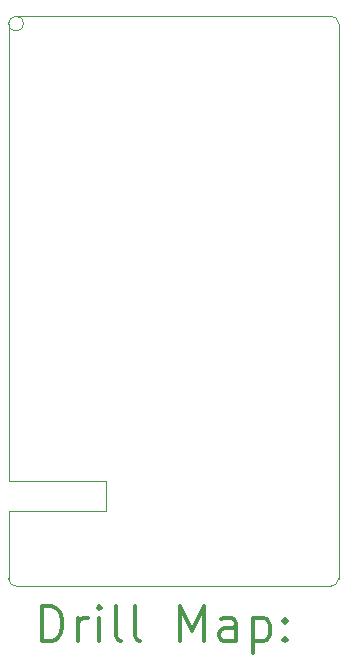
<source format=gbr>
%FSLAX45Y45*%
G04 Gerber Fmt 4.5, Leading zero omitted, Abs format (unit mm)*
G04 Created by KiCad (PCBNEW (5.1.2-1)-1) date 2022-05-29 19:11:08*
%MOMM*%
%LPD*%
G04 APERTURE LIST*
%ADD10C,0.050000*%
%ADD11C,0.200000*%
%ADD12C,0.300000*%
G04 APERTURE END LIST*
D10*
X5588000Y-2857500D02*
G75*
G02X5651500Y-2794000I63500J0D01*
G01*
X8382000Y-7556500D02*
G75*
G02X8318500Y-7620000I-63500J0D01*
G01*
X5651500Y-7620000D02*
G75*
G02X5588000Y-7556500I0J63500D01*
G01*
X5651500Y-2794000D02*
G75*
G02X5651500Y-2794000I0J-63500D01*
G01*
X8318500Y-2794000D02*
G75*
G02X8382000Y-2857500I0J-63500D01*
G01*
X5588000Y-6985000D02*
X5588000Y-7556500D01*
X6413500Y-6985000D02*
X5588000Y-6985000D01*
X6413500Y-6731000D02*
X6413500Y-6985000D01*
X5588000Y-6731000D02*
X6413500Y-6731000D01*
X5588000Y-2857500D02*
X5588000Y-6731000D01*
X8318500Y-2794000D02*
X5651500Y-2794000D01*
X8382000Y-7556500D02*
X8382000Y-2857500D01*
X5651500Y-7620000D02*
X8318500Y-7620000D01*
D11*
D12*
X5871928Y-8088214D02*
X5871928Y-7788214D01*
X5943357Y-7788214D01*
X5986214Y-7802500D01*
X6014786Y-7831071D01*
X6029071Y-7859643D01*
X6043357Y-7916786D01*
X6043357Y-7959643D01*
X6029071Y-8016786D01*
X6014786Y-8045357D01*
X5986214Y-8073929D01*
X5943357Y-8088214D01*
X5871928Y-8088214D01*
X6171928Y-8088214D02*
X6171928Y-7888214D01*
X6171928Y-7945357D02*
X6186214Y-7916786D01*
X6200500Y-7902500D01*
X6229071Y-7888214D01*
X6257643Y-7888214D01*
X6357643Y-8088214D02*
X6357643Y-7888214D01*
X6357643Y-7788214D02*
X6343357Y-7802500D01*
X6357643Y-7816786D01*
X6371928Y-7802500D01*
X6357643Y-7788214D01*
X6357643Y-7816786D01*
X6543357Y-8088214D02*
X6514786Y-8073929D01*
X6500500Y-8045357D01*
X6500500Y-7788214D01*
X6700500Y-8088214D02*
X6671928Y-8073929D01*
X6657643Y-8045357D01*
X6657643Y-7788214D01*
X7043357Y-8088214D02*
X7043357Y-7788214D01*
X7143357Y-8002500D01*
X7243357Y-7788214D01*
X7243357Y-8088214D01*
X7514786Y-8088214D02*
X7514786Y-7931071D01*
X7500500Y-7902500D01*
X7471928Y-7888214D01*
X7414786Y-7888214D01*
X7386214Y-7902500D01*
X7514786Y-8073929D02*
X7486214Y-8088214D01*
X7414786Y-8088214D01*
X7386214Y-8073929D01*
X7371928Y-8045357D01*
X7371928Y-8016786D01*
X7386214Y-7988214D01*
X7414786Y-7973929D01*
X7486214Y-7973929D01*
X7514786Y-7959643D01*
X7657643Y-7888214D02*
X7657643Y-8188214D01*
X7657643Y-7902500D02*
X7686214Y-7888214D01*
X7743357Y-7888214D01*
X7771928Y-7902500D01*
X7786214Y-7916786D01*
X7800500Y-7945357D01*
X7800500Y-8031071D01*
X7786214Y-8059643D01*
X7771928Y-8073929D01*
X7743357Y-8088214D01*
X7686214Y-8088214D01*
X7657643Y-8073929D01*
X7929071Y-8059643D02*
X7943357Y-8073929D01*
X7929071Y-8088214D01*
X7914786Y-8073929D01*
X7929071Y-8059643D01*
X7929071Y-8088214D01*
X7929071Y-7902500D02*
X7943357Y-7916786D01*
X7929071Y-7931071D01*
X7914786Y-7916786D01*
X7929071Y-7902500D01*
X7929071Y-7931071D01*
M02*

</source>
